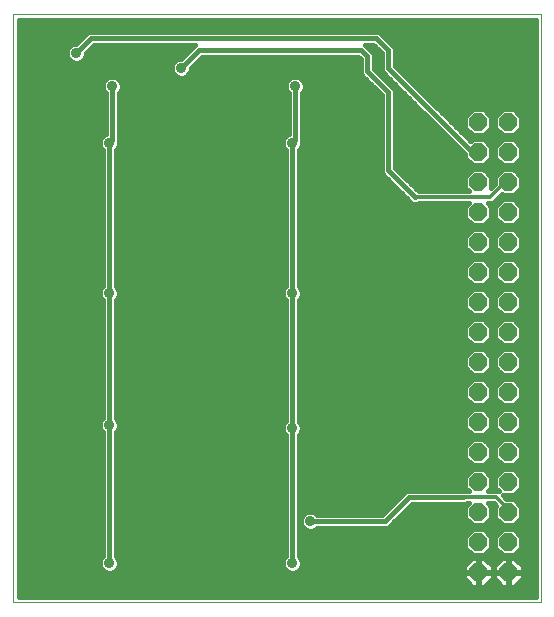
<source format=gbl>
G75*
G70*
%OFA0B0*%
%FSLAX24Y24*%
%IPPOS*%
%LPD*%
%AMOC8*
5,1,8,0,0,1.08239X$1,22.5*
%
%ADD10C,0.0000*%
%ADD11OC8,0.0600*%
%ADD12C,0.0120*%
%ADD13C,0.0160*%
%ADD14C,0.0356*%
D10*
X000180Y000600D02*
X000180Y020200D01*
X017780Y020200D01*
X017780Y000600D01*
X000180Y000600D01*
D11*
X015680Y001600D03*
X015680Y002600D03*
X015680Y003600D03*
X015680Y004600D03*
X015680Y005600D03*
X015680Y006600D03*
X015680Y007600D03*
X015680Y008600D03*
X015680Y009600D03*
X015680Y010600D03*
X015680Y011600D03*
X015680Y012600D03*
X015680Y013600D03*
X015680Y014600D03*
X015680Y015600D03*
X015680Y016600D03*
X016680Y016600D03*
X016680Y015600D03*
X016680Y014600D03*
X016680Y013600D03*
X016680Y012600D03*
X016680Y011600D03*
X016680Y010600D03*
X016680Y009600D03*
X016680Y008600D03*
X016680Y007600D03*
X016680Y006600D03*
X016680Y005600D03*
X016680Y004600D03*
X016680Y003600D03*
X016680Y002600D03*
X016680Y001600D03*
D12*
X016680Y003600D02*
X016680Y003700D01*
X016280Y004100D01*
X015180Y004100D01*
X016080Y014100D02*
X013580Y014100D01*
X015480Y015600D02*
X015680Y015600D01*
X016580Y014600D02*
X016080Y014100D01*
X016580Y014600D02*
X016680Y014600D01*
D13*
X016240Y014548D02*
X016120Y014548D01*
X016240Y014543D02*
X016120Y014423D01*
X016120Y014782D01*
X015862Y015040D01*
X015498Y015040D01*
X015240Y014782D01*
X015240Y014418D01*
X015358Y014300D01*
X013691Y014300D01*
X012900Y015091D01*
X012900Y017691D01*
X012200Y018391D01*
X012200Y018891D01*
X012000Y019091D01*
X011911Y019180D01*
X012189Y019180D01*
X012460Y018909D01*
X012460Y018309D01*
X012589Y018180D01*
X015240Y015529D01*
X015240Y015418D01*
X015498Y015160D01*
X015862Y015160D01*
X016120Y015418D01*
X016120Y015782D01*
X015862Y016040D01*
X015498Y016040D01*
X015424Y015967D01*
X012900Y018491D01*
X012900Y019091D01*
X012500Y019491D01*
X012371Y019620D01*
X002689Y019620D01*
X002287Y019218D01*
X002217Y019218D01*
X002100Y019170D01*
X002010Y019080D01*
X001962Y018963D01*
X001962Y018837D01*
X002010Y018720D01*
X002100Y018630D01*
X002217Y018582D01*
X002343Y018582D01*
X002460Y018630D01*
X002550Y018720D01*
X002598Y018837D01*
X002598Y018907D01*
X002871Y019180D01*
X006249Y019180D01*
X005787Y018718D01*
X005717Y018718D01*
X005600Y018670D01*
X005510Y018580D01*
X005462Y018463D01*
X005462Y018337D01*
X005510Y018220D01*
X005600Y018130D01*
X005717Y018082D01*
X005843Y018082D01*
X005960Y018130D01*
X006050Y018220D01*
X006098Y018337D01*
X006098Y018407D01*
X006471Y018780D01*
X011689Y018780D01*
X011760Y018709D01*
X011760Y018209D01*
X011889Y018080D01*
X012460Y017509D01*
X012460Y014909D01*
X012589Y014780D01*
X013489Y013880D01*
X013671Y013880D01*
X013691Y013900D01*
X015358Y013900D01*
X015240Y013782D01*
X015240Y013418D01*
X015498Y013160D01*
X015862Y013160D01*
X016120Y013418D01*
X016120Y013782D01*
X016002Y013900D01*
X016163Y013900D01*
X016280Y014017D01*
X016460Y014197D01*
X016498Y014160D01*
X016862Y014160D01*
X017120Y014418D01*
X017120Y014782D01*
X016862Y015040D01*
X016498Y015040D01*
X016240Y014782D01*
X016240Y014543D01*
X016240Y014707D02*
X016120Y014707D01*
X016037Y014865D02*
X016323Y014865D01*
X016481Y015024D02*
X015879Y015024D01*
X015884Y015182D02*
X016476Y015182D01*
X016498Y015160D02*
X016862Y015160D01*
X017120Y015418D01*
X017120Y015782D01*
X016862Y016040D01*
X016498Y016040D01*
X016240Y015782D01*
X016240Y015418D01*
X016498Y015160D01*
X016317Y015341D02*
X016043Y015341D01*
X016120Y015499D02*
X016240Y015499D01*
X016240Y015658D02*
X016120Y015658D01*
X016086Y015816D02*
X016274Y015816D01*
X016432Y015975D02*
X015928Y015975D01*
X015862Y016160D02*
X016120Y016418D01*
X016120Y016782D01*
X015862Y017040D01*
X015498Y017040D01*
X015240Y016782D01*
X015240Y016418D01*
X015498Y016160D01*
X015862Y016160D01*
X015994Y016292D02*
X016366Y016292D01*
X016240Y016418D02*
X016498Y016160D01*
X016862Y016160D01*
X017120Y016418D01*
X017120Y016782D01*
X016862Y017040D01*
X016498Y017040D01*
X016240Y016782D01*
X016240Y016418D01*
X016240Y016450D02*
X016120Y016450D01*
X016120Y016609D02*
X016240Y016609D01*
X016240Y016767D02*
X016120Y016767D01*
X015977Y016926D02*
X016383Y016926D01*
X016977Y016926D02*
X017600Y016926D01*
X017600Y017084D02*
X014307Y017084D01*
X014149Y017243D02*
X017600Y017243D01*
X017600Y017401D02*
X013990Y017401D01*
X013832Y017560D02*
X017600Y017560D01*
X017600Y017718D02*
X013673Y017718D01*
X013515Y017877D02*
X017600Y017877D01*
X017600Y018035D02*
X013356Y018035D01*
X013198Y018194D02*
X017600Y018194D01*
X017600Y018352D02*
X013039Y018352D01*
X012900Y018511D02*
X017600Y018511D01*
X017600Y018669D02*
X012900Y018669D01*
X012900Y018828D02*
X017600Y018828D01*
X017600Y018986D02*
X012900Y018986D01*
X012847Y019145D02*
X017600Y019145D01*
X017600Y019303D02*
X012688Y019303D01*
X012530Y019462D02*
X017600Y019462D01*
X017600Y019620D02*
X000360Y019620D01*
X000360Y019462D02*
X002530Y019462D01*
X002372Y019303D02*
X000360Y019303D01*
X000360Y019145D02*
X002075Y019145D01*
X001971Y018986D02*
X000360Y018986D01*
X000360Y018828D02*
X001966Y018828D01*
X002061Y018669D02*
X000360Y018669D01*
X000360Y018511D02*
X005481Y018511D01*
X005462Y018352D02*
X000360Y018352D01*
X000360Y018194D02*
X005537Y018194D01*
X005780Y018400D02*
X006380Y019000D01*
X011780Y019000D01*
X011980Y018800D01*
X011980Y018300D01*
X012680Y017600D01*
X012680Y015000D01*
X013580Y014100D01*
X013455Y013914D02*
X009700Y013914D01*
X009700Y013756D02*
X015240Y013756D01*
X015240Y013597D02*
X009700Y013597D01*
X009700Y013439D02*
X015240Y013439D01*
X015378Y013280D02*
X009700Y013280D01*
X009700Y013122D02*
X017600Y013122D01*
X017600Y013280D02*
X016982Y013280D01*
X016862Y013160D02*
X017120Y013418D01*
X017120Y013782D01*
X016862Y014040D01*
X016498Y014040D01*
X016240Y013782D01*
X016240Y013418D01*
X016498Y013160D01*
X016862Y013160D01*
X016862Y013040D02*
X016498Y013040D01*
X016240Y012782D01*
X016240Y012418D01*
X016498Y012160D01*
X016862Y012160D01*
X017120Y012418D01*
X017120Y012782D01*
X016862Y013040D01*
X016939Y012963D02*
X017600Y012963D01*
X017600Y012805D02*
X017098Y012805D01*
X017120Y012646D02*
X017600Y012646D01*
X017600Y012488D02*
X017120Y012488D01*
X017031Y012329D02*
X017600Y012329D01*
X017600Y012171D02*
X016873Y012171D01*
X016862Y012040D02*
X016498Y012040D01*
X016240Y011782D01*
X016240Y011418D01*
X016498Y011160D01*
X016862Y011160D01*
X017120Y011418D01*
X017120Y011782D01*
X016862Y012040D01*
X016890Y012012D02*
X017600Y012012D01*
X017600Y011854D02*
X017049Y011854D01*
X017120Y011695D02*
X017600Y011695D01*
X017600Y011537D02*
X017120Y011537D01*
X017080Y011378D02*
X017600Y011378D01*
X017600Y011220D02*
X016922Y011220D01*
X016862Y011040D02*
X016498Y011040D01*
X016240Y010782D01*
X016240Y010418D01*
X016498Y010160D01*
X016862Y010160D01*
X017120Y010418D01*
X017120Y010782D01*
X016862Y011040D01*
X017000Y010903D02*
X017600Y010903D01*
X017600Y011061D02*
X009758Y011061D01*
X009750Y011080D02*
X009700Y011130D01*
X009700Y015670D01*
X009750Y015720D01*
X009798Y015837D01*
X009798Y015907D01*
X009800Y015909D01*
X009800Y017570D01*
X009850Y017620D01*
X009898Y017737D01*
X009898Y017863D01*
X009850Y017980D01*
X009760Y018070D01*
X009643Y018118D01*
X009517Y018118D01*
X009400Y018070D01*
X009310Y017980D01*
X009262Y017863D01*
X009262Y017737D01*
X009310Y017620D01*
X009360Y017570D01*
X009360Y016195D01*
X009300Y016170D01*
X009210Y016080D01*
X009162Y015963D01*
X009162Y015837D01*
X009210Y015720D01*
X009260Y015670D01*
X009260Y011130D01*
X009210Y011080D01*
X009162Y010963D01*
X009162Y010837D01*
X009210Y010720D01*
X009260Y010670D01*
X009260Y006630D01*
X009210Y006580D01*
X009162Y006463D01*
X009162Y006337D01*
X009210Y006220D01*
X009260Y006170D01*
X009260Y002130D01*
X009210Y002080D01*
X009162Y001963D01*
X009162Y001837D01*
X009210Y001720D01*
X009300Y001630D01*
X009417Y001582D01*
X009543Y001582D01*
X009660Y001630D01*
X009750Y001720D01*
X009798Y001837D01*
X009798Y001963D01*
X009750Y002080D01*
X009700Y002130D01*
X009700Y006170D01*
X009750Y006220D01*
X009798Y006337D01*
X009798Y006463D01*
X009750Y006580D01*
X009700Y006630D01*
X009700Y010670D01*
X009750Y010720D01*
X009798Y010837D01*
X009798Y010963D01*
X009750Y011080D01*
X009700Y011220D02*
X015438Y011220D01*
X015498Y011160D02*
X015240Y011418D01*
X015240Y011782D01*
X015498Y012040D01*
X015862Y012040D01*
X016120Y011782D01*
X016120Y011418D01*
X015862Y011160D01*
X015498Y011160D01*
X015498Y011040D02*
X015240Y010782D01*
X015240Y010418D01*
X015498Y010160D01*
X015862Y010160D01*
X016120Y010418D01*
X016120Y010782D01*
X015862Y011040D01*
X015498Y011040D01*
X015360Y010903D02*
X009798Y010903D01*
X009760Y010744D02*
X015240Y010744D01*
X015240Y010586D02*
X009700Y010586D01*
X009700Y010427D02*
X015240Y010427D01*
X015389Y010269D02*
X009700Y010269D01*
X009700Y010110D02*
X017600Y010110D01*
X017600Y009952D02*
X016951Y009952D01*
X016862Y010040D02*
X016498Y010040D01*
X016240Y009782D01*
X016240Y009418D01*
X016498Y009160D01*
X016862Y009160D01*
X017120Y009418D01*
X017120Y009782D01*
X016862Y010040D01*
X016971Y010269D02*
X017600Y010269D01*
X017600Y010427D02*
X017120Y010427D01*
X017120Y010586D02*
X017600Y010586D01*
X017600Y010744D02*
X017120Y010744D01*
X016360Y010903D02*
X016000Y010903D01*
X016120Y010744D02*
X016240Y010744D01*
X016240Y010586D02*
X016120Y010586D01*
X016120Y010427D02*
X016240Y010427D01*
X016389Y010269D02*
X015971Y010269D01*
X015862Y010040D02*
X015498Y010040D01*
X015240Y009782D01*
X015240Y009418D01*
X015498Y009160D01*
X015862Y009160D01*
X016120Y009418D01*
X016120Y009782D01*
X015862Y010040D01*
X015951Y009952D02*
X016409Y009952D01*
X016251Y009793D02*
X016109Y009793D01*
X016120Y009635D02*
X016240Y009635D01*
X016240Y009476D02*
X016120Y009476D01*
X016020Y009318D02*
X016340Y009318D01*
X016498Y009040D02*
X016240Y008782D01*
X016240Y008418D01*
X016498Y008160D01*
X016862Y008160D01*
X017120Y008418D01*
X017120Y008782D01*
X016862Y009040D01*
X016498Y009040D01*
X016458Y009001D02*
X015902Y009001D01*
X015862Y009040D02*
X015498Y009040D01*
X015240Y008782D01*
X015240Y008418D01*
X015498Y008160D01*
X015862Y008160D01*
X016120Y008418D01*
X016120Y008782D01*
X015862Y009040D01*
X016060Y008842D02*
X016300Y008842D01*
X016240Y008684D02*
X016120Y008684D01*
X016120Y008525D02*
X016240Y008525D01*
X016291Y008367D02*
X016069Y008367D01*
X015910Y008208D02*
X016450Y008208D01*
X016498Y008040D02*
X016240Y007782D01*
X016240Y007418D01*
X016498Y007160D01*
X016862Y007160D01*
X017120Y007418D01*
X017120Y007782D01*
X016862Y008040D01*
X016498Y008040D01*
X016349Y007891D02*
X016011Y007891D01*
X016120Y007782D02*
X015862Y008040D01*
X015498Y008040D01*
X015240Y007782D01*
X015240Y007418D01*
X015498Y007160D01*
X015862Y007160D01*
X016120Y007418D01*
X016120Y007782D01*
X016120Y007733D02*
X016240Y007733D01*
X016240Y007574D02*
X016120Y007574D01*
X016118Y007416D02*
X016242Y007416D01*
X016401Y007257D02*
X015959Y007257D01*
X015862Y007040D02*
X015498Y007040D01*
X015240Y006782D01*
X015240Y006418D01*
X015498Y006160D01*
X015862Y006160D01*
X016120Y006418D01*
X016120Y006782D01*
X015862Y007040D01*
X015962Y006940D02*
X016398Y006940D01*
X016498Y007040D02*
X016240Y006782D01*
X016240Y006418D01*
X016498Y006160D01*
X016862Y006160D01*
X017120Y006418D01*
X017120Y006782D01*
X016862Y007040D01*
X016498Y007040D01*
X016240Y006782D02*
X016120Y006782D01*
X016120Y006623D02*
X016240Y006623D01*
X016240Y006465D02*
X016120Y006465D01*
X016008Y006306D02*
X016352Y006306D01*
X016498Y006040D02*
X016240Y005782D01*
X016240Y005418D01*
X016498Y005160D01*
X016862Y005160D01*
X017120Y005418D01*
X017120Y005782D01*
X016862Y006040D01*
X016498Y006040D01*
X016447Y005989D02*
X015913Y005989D01*
X015862Y006040D02*
X015498Y006040D01*
X015240Y005782D01*
X015240Y005418D01*
X015498Y005160D01*
X015862Y005160D01*
X016120Y005418D01*
X016120Y005782D01*
X015862Y006040D01*
X016072Y005831D02*
X016288Y005831D01*
X016240Y005672D02*
X016120Y005672D01*
X016120Y005514D02*
X016240Y005514D01*
X016303Y005355D02*
X016057Y005355D01*
X015899Y005197D02*
X016461Y005197D01*
X016498Y005040D02*
X016240Y004782D01*
X016240Y004418D01*
X016358Y004300D01*
X016002Y004300D01*
X016120Y004418D01*
X016120Y004782D01*
X015862Y005040D01*
X015498Y005040D01*
X015240Y004782D01*
X015240Y004418D01*
X015358Y004300D01*
X015291Y004300D01*
X015271Y004320D01*
X013289Y004320D01*
X012489Y003520D01*
X010310Y003520D01*
X010260Y003570D01*
X010143Y003618D01*
X010017Y003618D01*
X009900Y003570D01*
X009810Y003480D01*
X009762Y003363D01*
X009762Y003237D01*
X009810Y003120D01*
X009900Y003030D01*
X010017Y002982D01*
X010143Y002982D01*
X010260Y003030D01*
X010310Y003080D01*
X012671Y003080D01*
X012800Y003209D01*
X013471Y003880D01*
X015271Y003880D01*
X015291Y003900D01*
X015358Y003900D01*
X015240Y003782D01*
X015240Y003418D01*
X015498Y003160D01*
X015862Y003160D01*
X016120Y003418D01*
X016120Y003782D01*
X016002Y003900D01*
X016197Y003900D01*
X016277Y003820D01*
X016240Y003782D01*
X016240Y003418D01*
X016498Y003160D01*
X016862Y003160D01*
X017120Y003418D01*
X017120Y003782D01*
X016862Y004040D01*
X016623Y004040D01*
X016503Y004160D01*
X016862Y004160D01*
X017120Y004418D01*
X017120Y004782D01*
X016862Y005040D01*
X016498Y005040D01*
X016496Y005038D02*
X015864Y005038D01*
X016023Y004880D02*
X016337Y004880D01*
X016240Y004721D02*
X016120Y004721D01*
X016120Y004563D02*
X016240Y004563D01*
X016254Y004404D02*
X016106Y004404D01*
X016576Y004087D02*
X017600Y004087D01*
X017600Y003929D02*
X016974Y003929D01*
X017120Y003770D02*
X017600Y003770D01*
X017600Y003612D02*
X017120Y003612D01*
X017120Y003453D02*
X017600Y003453D01*
X017600Y003295D02*
X016997Y003295D01*
X016862Y003040D02*
X016498Y003040D01*
X016240Y002782D01*
X016240Y002418D01*
X016498Y002160D01*
X016862Y002160D01*
X017120Y002418D01*
X017120Y002782D01*
X016862Y003040D01*
X016925Y002978D02*
X017600Y002978D01*
X017600Y003136D02*
X012727Y003136D01*
X012580Y003300D02*
X010080Y003300D01*
X010001Y003612D02*
X009700Y003612D01*
X009700Y003770D02*
X012739Y003770D01*
X012897Y003929D02*
X009700Y003929D01*
X009700Y004087D02*
X013056Y004087D01*
X013214Y004246D02*
X009700Y004246D01*
X009700Y004404D02*
X015254Y004404D01*
X015240Y004563D02*
X009700Y004563D01*
X009700Y004721D02*
X015240Y004721D01*
X015337Y004880D02*
X009700Y004880D01*
X009700Y005038D02*
X015496Y005038D01*
X015461Y005197D02*
X009700Y005197D01*
X009700Y005355D02*
X015303Y005355D01*
X015240Y005514D02*
X009700Y005514D01*
X009700Y005672D02*
X015240Y005672D01*
X015288Y005831D02*
X009700Y005831D01*
X009700Y005989D02*
X015447Y005989D01*
X015352Y006306D02*
X009785Y006306D01*
X009798Y006465D02*
X015240Y006465D01*
X015240Y006623D02*
X009707Y006623D01*
X009700Y006782D02*
X015240Y006782D01*
X015398Y006940D02*
X009700Y006940D01*
X009700Y007099D02*
X017600Y007099D01*
X017600Y007257D02*
X016959Y007257D01*
X017118Y007416D02*
X017600Y007416D01*
X017600Y007574D02*
X017120Y007574D01*
X017120Y007733D02*
X017600Y007733D01*
X017600Y007891D02*
X017011Y007891D01*
X016910Y008208D02*
X017600Y008208D01*
X017600Y008050D02*
X009700Y008050D01*
X009700Y008208D02*
X015450Y008208D01*
X015291Y008367D02*
X009700Y008367D01*
X009700Y008525D02*
X015240Y008525D01*
X015240Y008684D02*
X009700Y008684D01*
X009700Y008842D02*
X015300Y008842D01*
X015458Y009001D02*
X009700Y009001D01*
X009700Y009159D02*
X017600Y009159D01*
X017600Y009001D02*
X016902Y009001D01*
X017060Y008842D02*
X017600Y008842D01*
X017600Y008684D02*
X017120Y008684D01*
X017120Y008525D02*
X017600Y008525D01*
X017600Y008367D02*
X017069Y008367D01*
X017020Y009318D02*
X017600Y009318D01*
X017600Y009476D02*
X017120Y009476D01*
X017120Y009635D02*
X017600Y009635D01*
X017600Y009793D02*
X017109Y009793D01*
X016438Y011220D02*
X015922Y011220D01*
X016080Y011378D02*
X016280Y011378D01*
X016240Y011537D02*
X016120Y011537D01*
X016120Y011695D02*
X016240Y011695D01*
X016311Y011854D02*
X016049Y011854D01*
X015890Y012012D02*
X016470Y012012D01*
X016487Y012171D02*
X015873Y012171D01*
X015862Y012160D02*
X016120Y012418D01*
X016120Y012782D01*
X015862Y013040D01*
X015498Y013040D01*
X015240Y012782D01*
X015240Y012418D01*
X015498Y012160D01*
X015862Y012160D01*
X016031Y012329D02*
X016329Y012329D01*
X016240Y012488D02*
X016120Y012488D01*
X016120Y012646D02*
X016240Y012646D01*
X016262Y012805D02*
X016098Y012805D01*
X015939Y012963D02*
X016421Y012963D01*
X016378Y013280D02*
X015982Y013280D01*
X016120Y013439D02*
X016240Y013439D01*
X016240Y013597D02*
X016120Y013597D01*
X016120Y013756D02*
X016240Y013756D01*
X016177Y013914D02*
X016372Y013914D01*
X016335Y014073D02*
X017600Y014073D01*
X017600Y014231D02*
X016933Y014231D01*
X017092Y014390D02*
X017600Y014390D01*
X017600Y014548D02*
X017120Y014548D01*
X017120Y014707D02*
X017600Y014707D01*
X017600Y014865D02*
X017037Y014865D01*
X016879Y015024D02*
X017600Y015024D01*
X017600Y015182D02*
X016884Y015182D01*
X017043Y015341D02*
X017600Y015341D01*
X017600Y015499D02*
X017120Y015499D01*
X017120Y015658D02*
X017600Y015658D01*
X017600Y015816D02*
X017086Y015816D01*
X016928Y015975D02*
X017600Y015975D01*
X017600Y016133D02*
X015258Y016133D01*
X015366Y016292D02*
X015100Y016292D01*
X015240Y016450D02*
X014941Y016450D01*
X014783Y016609D02*
X015240Y016609D01*
X015240Y016767D02*
X014624Y016767D01*
X014466Y016926D02*
X015383Y016926D01*
X014636Y016133D02*
X012900Y016133D01*
X012900Y015975D02*
X014794Y015975D01*
X014953Y015816D02*
X012900Y015816D01*
X012900Y015658D02*
X015111Y015658D01*
X015240Y015499D02*
X012900Y015499D01*
X012900Y015341D02*
X015317Y015341D01*
X015476Y015182D02*
X012900Y015182D01*
X012968Y015024D02*
X015481Y015024D01*
X015323Y014865D02*
X013126Y014865D01*
X013285Y014707D02*
X015240Y014707D01*
X015240Y014548D02*
X013443Y014548D01*
X013602Y014390D02*
X015268Y014390D01*
X015480Y015600D02*
X012680Y018400D01*
X012680Y019000D01*
X012280Y019400D01*
X002780Y019400D01*
X002280Y018900D01*
X002499Y018669D02*
X005599Y018669D01*
X005896Y018828D02*
X002594Y018828D01*
X002677Y018986D02*
X006055Y018986D01*
X006213Y019145D02*
X002836Y019145D01*
X003300Y018070D02*
X003210Y017980D01*
X003162Y017863D01*
X003162Y017737D01*
X003210Y017620D01*
X003260Y017570D01*
X003260Y016195D01*
X003200Y016170D01*
X003110Y016080D01*
X003062Y015963D01*
X003062Y015837D01*
X003110Y015720D01*
X003160Y015670D01*
X003160Y011130D01*
X003110Y011080D01*
X003062Y010963D01*
X003062Y010837D01*
X003110Y010720D01*
X003160Y010670D01*
X003160Y006730D01*
X003110Y006680D01*
X003062Y006563D01*
X003062Y006437D01*
X003110Y006320D01*
X003160Y006270D01*
X003160Y002130D01*
X003110Y002080D01*
X003062Y001963D01*
X003062Y001837D01*
X003110Y001720D01*
X003200Y001630D01*
X003317Y001582D01*
X003443Y001582D01*
X003560Y001630D01*
X003650Y001720D01*
X003698Y001837D01*
X003698Y001963D01*
X003650Y002080D01*
X003600Y002130D01*
X003600Y006270D01*
X003650Y006320D01*
X003698Y006437D01*
X003698Y006563D01*
X003650Y006680D01*
X003600Y006730D01*
X003600Y010670D01*
X003650Y010720D01*
X003698Y010837D01*
X003698Y010963D01*
X003650Y011080D01*
X003600Y011130D01*
X003600Y015670D01*
X003650Y015720D01*
X003698Y015837D01*
X003698Y015907D01*
X003700Y015909D01*
X003700Y017570D01*
X003750Y017620D01*
X003798Y017737D01*
X003798Y017863D01*
X003750Y017980D01*
X003660Y018070D01*
X003543Y018118D01*
X003417Y018118D01*
X003300Y018070D01*
X003265Y018035D02*
X000360Y018035D01*
X000360Y017877D02*
X003167Y017877D01*
X003170Y017718D02*
X000360Y017718D01*
X000360Y017560D02*
X003260Y017560D01*
X003260Y017401D02*
X000360Y017401D01*
X000360Y017243D02*
X003260Y017243D01*
X003260Y017084D02*
X000360Y017084D01*
X000360Y016926D02*
X003260Y016926D01*
X003260Y016767D02*
X000360Y016767D01*
X000360Y016609D02*
X003260Y016609D01*
X003260Y016450D02*
X000360Y016450D01*
X000360Y016292D02*
X003260Y016292D01*
X003163Y016133D02*
X000360Y016133D01*
X000360Y015975D02*
X003067Y015975D01*
X003070Y015816D02*
X000360Y015816D01*
X000360Y015658D02*
X003160Y015658D01*
X003160Y015499D02*
X000360Y015499D01*
X000360Y015341D02*
X003160Y015341D01*
X003160Y015182D02*
X000360Y015182D01*
X000360Y015024D02*
X003160Y015024D01*
X003160Y014865D02*
X000360Y014865D01*
X000360Y014707D02*
X003160Y014707D01*
X003160Y014548D02*
X000360Y014548D01*
X000360Y014390D02*
X003160Y014390D01*
X003160Y014231D02*
X000360Y014231D01*
X000360Y014073D02*
X003160Y014073D01*
X003160Y013914D02*
X000360Y013914D01*
X000360Y013756D02*
X003160Y013756D01*
X003160Y013597D02*
X000360Y013597D01*
X000360Y013439D02*
X003160Y013439D01*
X003160Y013280D02*
X000360Y013280D01*
X000360Y013122D02*
X003160Y013122D01*
X003160Y012963D02*
X000360Y012963D01*
X000360Y012805D02*
X003160Y012805D01*
X003160Y012646D02*
X000360Y012646D01*
X000360Y012488D02*
X003160Y012488D01*
X003160Y012329D02*
X000360Y012329D01*
X000360Y012171D02*
X003160Y012171D01*
X003160Y012012D02*
X000360Y012012D01*
X000360Y011854D02*
X003160Y011854D01*
X003160Y011695D02*
X000360Y011695D01*
X000360Y011537D02*
X003160Y011537D01*
X003160Y011378D02*
X000360Y011378D01*
X000360Y011220D02*
X003160Y011220D01*
X003102Y011061D02*
X000360Y011061D01*
X000360Y010903D02*
X003062Y010903D01*
X003100Y010744D02*
X000360Y010744D01*
X000360Y010586D02*
X003160Y010586D01*
X003160Y010427D02*
X000360Y010427D01*
X000360Y010269D02*
X003160Y010269D01*
X003160Y010110D02*
X000360Y010110D01*
X000360Y009952D02*
X003160Y009952D01*
X003160Y009793D02*
X000360Y009793D01*
X000360Y009635D02*
X003160Y009635D01*
X003160Y009476D02*
X000360Y009476D01*
X000360Y009318D02*
X003160Y009318D01*
X003160Y009159D02*
X000360Y009159D01*
X000360Y009001D02*
X003160Y009001D01*
X003160Y008842D02*
X000360Y008842D01*
X000360Y008684D02*
X003160Y008684D01*
X003160Y008525D02*
X000360Y008525D01*
X000360Y008367D02*
X003160Y008367D01*
X003160Y008208D02*
X000360Y008208D01*
X000360Y008050D02*
X003160Y008050D01*
X003160Y007891D02*
X000360Y007891D01*
X000360Y007733D02*
X003160Y007733D01*
X003160Y007574D02*
X000360Y007574D01*
X000360Y007416D02*
X003160Y007416D01*
X003160Y007257D02*
X000360Y007257D01*
X000360Y007099D02*
X003160Y007099D01*
X003160Y006940D02*
X000360Y006940D01*
X000360Y006782D02*
X003160Y006782D01*
X003087Y006623D02*
X000360Y006623D01*
X000360Y006465D02*
X003062Y006465D01*
X003124Y006306D02*
X000360Y006306D01*
X000360Y006148D02*
X003160Y006148D01*
X003160Y005989D02*
X000360Y005989D01*
X000360Y005831D02*
X003160Y005831D01*
X003160Y005672D02*
X000360Y005672D01*
X000360Y005514D02*
X003160Y005514D01*
X003160Y005355D02*
X000360Y005355D01*
X000360Y005197D02*
X003160Y005197D01*
X003160Y005038D02*
X000360Y005038D01*
X000360Y004880D02*
X003160Y004880D01*
X003160Y004721D02*
X000360Y004721D01*
X000360Y004563D02*
X003160Y004563D01*
X003160Y004404D02*
X000360Y004404D01*
X000360Y004246D02*
X003160Y004246D01*
X003160Y004087D02*
X000360Y004087D01*
X000360Y003929D02*
X003160Y003929D01*
X003160Y003770D02*
X000360Y003770D01*
X000360Y003612D02*
X003160Y003612D01*
X003160Y003453D02*
X000360Y003453D01*
X000360Y003295D02*
X003160Y003295D01*
X003160Y003136D02*
X000360Y003136D01*
X000360Y002978D02*
X003160Y002978D01*
X003160Y002819D02*
X000360Y002819D01*
X000360Y002661D02*
X003160Y002661D01*
X003160Y002502D02*
X000360Y002502D01*
X000360Y002344D02*
X003160Y002344D01*
X003160Y002185D02*
X000360Y002185D01*
X000360Y002027D02*
X003088Y002027D01*
X003062Y001868D02*
X000360Y001868D01*
X000360Y001710D02*
X003121Y001710D01*
X003380Y001900D02*
X003380Y006500D01*
X003380Y010900D01*
X003380Y015900D01*
X003480Y016000D01*
X003480Y017800D01*
X003695Y018035D02*
X009365Y018035D01*
X009267Y017877D02*
X003793Y017877D01*
X003790Y017718D02*
X009270Y017718D01*
X009360Y017560D02*
X003700Y017560D01*
X003700Y017401D02*
X009360Y017401D01*
X009360Y017243D02*
X003700Y017243D01*
X003700Y017084D02*
X009360Y017084D01*
X009360Y016926D02*
X003700Y016926D01*
X003700Y016767D02*
X009360Y016767D01*
X009360Y016609D02*
X003700Y016609D01*
X003700Y016450D02*
X009360Y016450D01*
X009360Y016292D02*
X003700Y016292D01*
X003700Y016133D02*
X009263Y016133D01*
X009167Y015975D02*
X003700Y015975D01*
X003690Y015816D02*
X009170Y015816D01*
X009260Y015658D02*
X003600Y015658D01*
X003600Y015499D02*
X009260Y015499D01*
X009260Y015341D02*
X003600Y015341D01*
X003600Y015182D02*
X009260Y015182D01*
X009260Y015024D02*
X003600Y015024D01*
X003600Y014865D02*
X009260Y014865D01*
X009260Y014707D02*
X003600Y014707D01*
X003600Y014548D02*
X009260Y014548D01*
X009260Y014390D02*
X003600Y014390D01*
X003600Y014231D02*
X009260Y014231D01*
X009260Y014073D02*
X003600Y014073D01*
X003600Y013914D02*
X009260Y013914D01*
X009260Y013756D02*
X003600Y013756D01*
X003600Y013597D02*
X009260Y013597D01*
X009260Y013439D02*
X003600Y013439D01*
X003600Y013280D02*
X009260Y013280D01*
X009260Y013122D02*
X003600Y013122D01*
X003600Y012963D02*
X009260Y012963D01*
X009260Y012805D02*
X003600Y012805D01*
X003600Y012646D02*
X009260Y012646D01*
X009260Y012488D02*
X003600Y012488D01*
X003600Y012329D02*
X009260Y012329D01*
X009260Y012171D02*
X003600Y012171D01*
X003600Y012012D02*
X009260Y012012D01*
X009260Y011854D02*
X003600Y011854D01*
X003600Y011695D02*
X009260Y011695D01*
X009260Y011537D02*
X003600Y011537D01*
X003600Y011378D02*
X009260Y011378D01*
X009260Y011220D02*
X003600Y011220D01*
X003658Y011061D02*
X009202Y011061D01*
X009162Y010903D02*
X003698Y010903D01*
X003660Y010744D02*
X009200Y010744D01*
X009260Y010586D02*
X003600Y010586D01*
X003600Y010427D02*
X009260Y010427D01*
X009260Y010269D02*
X003600Y010269D01*
X003600Y010110D02*
X009260Y010110D01*
X009260Y009952D02*
X003600Y009952D01*
X003600Y009793D02*
X009260Y009793D01*
X009260Y009635D02*
X003600Y009635D01*
X003600Y009476D02*
X009260Y009476D01*
X009260Y009318D02*
X003600Y009318D01*
X003600Y009159D02*
X009260Y009159D01*
X009260Y009001D02*
X003600Y009001D01*
X003600Y008842D02*
X009260Y008842D01*
X009260Y008684D02*
X003600Y008684D01*
X003600Y008525D02*
X009260Y008525D01*
X009260Y008367D02*
X003600Y008367D01*
X003600Y008208D02*
X009260Y008208D01*
X009260Y008050D02*
X003600Y008050D01*
X003600Y007891D02*
X009260Y007891D01*
X009260Y007733D02*
X003600Y007733D01*
X003600Y007574D02*
X009260Y007574D01*
X009260Y007416D02*
X003600Y007416D01*
X003600Y007257D02*
X009260Y007257D01*
X009260Y007099D02*
X003600Y007099D01*
X003600Y006940D02*
X009260Y006940D01*
X009260Y006782D02*
X003600Y006782D01*
X003673Y006623D02*
X009253Y006623D01*
X009162Y006465D02*
X003698Y006465D01*
X003636Y006306D02*
X009175Y006306D01*
X009260Y006148D02*
X003600Y006148D01*
X003600Y005989D02*
X009260Y005989D01*
X009260Y005831D02*
X003600Y005831D01*
X003600Y005672D02*
X009260Y005672D01*
X009260Y005514D02*
X003600Y005514D01*
X003600Y005355D02*
X009260Y005355D01*
X009260Y005197D02*
X003600Y005197D01*
X003600Y005038D02*
X009260Y005038D01*
X009260Y004880D02*
X003600Y004880D01*
X003600Y004721D02*
X009260Y004721D01*
X009260Y004563D02*
X003600Y004563D01*
X003600Y004404D02*
X009260Y004404D01*
X009260Y004246D02*
X003600Y004246D01*
X003600Y004087D02*
X009260Y004087D01*
X009260Y003929D02*
X003600Y003929D01*
X003600Y003770D02*
X009260Y003770D01*
X009260Y003612D02*
X003600Y003612D01*
X003600Y003453D02*
X009260Y003453D01*
X009260Y003295D02*
X003600Y003295D01*
X003600Y003136D02*
X009260Y003136D01*
X009260Y002978D02*
X003600Y002978D01*
X003600Y002819D02*
X009260Y002819D01*
X009260Y002661D02*
X003600Y002661D01*
X003600Y002502D02*
X009260Y002502D01*
X009260Y002344D02*
X003600Y002344D01*
X003600Y002185D02*
X009260Y002185D01*
X009188Y002027D02*
X003672Y002027D01*
X003698Y001868D02*
X009162Y001868D01*
X009221Y001710D02*
X003639Y001710D01*
X000360Y001551D02*
X015200Y001551D01*
X015200Y001580D02*
X015200Y001401D01*
X015481Y001120D01*
X015660Y001120D01*
X015660Y001580D01*
X015200Y001580D01*
X015200Y001620D02*
X015660Y001620D01*
X015660Y002080D01*
X015481Y002080D01*
X015200Y001799D01*
X015200Y001620D01*
X015200Y001710D02*
X009739Y001710D01*
X009798Y001868D02*
X015269Y001868D01*
X015428Y002027D02*
X009772Y002027D01*
X009700Y002185D02*
X015473Y002185D01*
X015498Y002160D02*
X015862Y002160D01*
X016120Y002418D01*
X016120Y002782D01*
X015862Y003040D01*
X015498Y003040D01*
X015240Y002782D01*
X015240Y002418D01*
X015498Y002160D01*
X015660Y002027D02*
X015700Y002027D01*
X015700Y002080D02*
X015700Y001620D01*
X015660Y001620D01*
X015660Y001580D01*
X015700Y001580D01*
X015700Y001620D01*
X016160Y001620D01*
X016160Y001799D01*
X015879Y002080D01*
X015700Y002080D01*
X015700Y001868D02*
X015660Y001868D01*
X015660Y001710D02*
X015700Y001710D01*
X015700Y001580D02*
X016160Y001580D01*
X016160Y001401D01*
X015879Y001120D01*
X015700Y001120D01*
X015700Y001580D01*
X015700Y001551D02*
X015660Y001551D01*
X015660Y001393D02*
X015700Y001393D01*
X015700Y001234D02*
X015660Y001234D01*
X015367Y001234D02*
X000360Y001234D01*
X000360Y001076D02*
X017600Y001076D01*
X017600Y001234D02*
X016993Y001234D01*
X016879Y001120D02*
X017160Y001401D01*
X017160Y001580D01*
X016700Y001580D01*
X016700Y001620D01*
X016660Y001620D01*
X016660Y002080D01*
X016481Y002080D01*
X016200Y001799D01*
X016200Y001620D01*
X016660Y001620D01*
X016660Y001580D01*
X016200Y001580D01*
X016200Y001401D01*
X016481Y001120D01*
X016660Y001120D01*
X016660Y001580D01*
X016700Y001580D01*
X016700Y001120D01*
X016879Y001120D01*
X016700Y001234D02*
X016660Y001234D01*
X016660Y001393D02*
X016700Y001393D01*
X016700Y001551D02*
X016660Y001551D01*
X016700Y001620D02*
X017160Y001620D01*
X017160Y001799D01*
X016879Y002080D01*
X016700Y002080D01*
X016700Y001620D01*
X016700Y001710D02*
X016660Y001710D01*
X016660Y001868D02*
X016700Y001868D01*
X016700Y002027D02*
X016660Y002027D01*
X016428Y002027D02*
X015932Y002027D01*
X015887Y002185D02*
X016473Y002185D01*
X016314Y002344D02*
X016046Y002344D01*
X016120Y002502D02*
X016240Y002502D01*
X016240Y002661D02*
X016120Y002661D01*
X016083Y002819D02*
X016277Y002819D01*
X016435Y002978D02*
X015925Y002978D01*
X015997Y003295D02*
X016363Y003295D01*
X016240Y003453D02*
X016120Y003453D01*
X016120Y003612D02*
X016240Y003612D01*
X016240Y003770D02*
X016120Y003770D01*
X015363Y003295D02*
X012886Y003295D01*
X013044Y003453D02*
X015240Y003453D01*
X015240Y003612D02*
X013203Y003612D01*
X013361Y003770D02*
X015240Y003770D01*
X015180Y004100D02*
X013380Y004100D01*
X012580Y003300D01*
X012580Y003612D02*
X010159Y003612D01*
X009799Y003453D02*
X009700Y003453D01*
X009700Y003295D02*
X009762Y003295D01*
X009804Y003136D02*
X009700Y003136D01*
X009700Y002978D02*
X015435Y002978D01*
X015277Y002819D02*
X009700Y002819D01*
X009700Y002661D02*
X015240Y002661D01*
X015240Y002502D02*
X009700Y002502D01*
X009700Y002344D02*
X015314Y002344D01*
X016091Y001868D02*
X016269Y001868D01*
X016200Y001710D02*
X016160Y001710D01*
X016160Y001551D02*
X016200Y001551D01*
X016209Y001393D02*
X016151Y001393D01*
X015993Y001234D02*
X016367Y001234D01*
X016932Y002027D02*
X017600Y002027D01*
X017600Y002185D02*
X016887Y002185D01*
X017046Y002344D02*
X017600Y002344D01*
X017600Y002502D02*
X017120Y002502D01*
X017120Y002661D02*
X017600Y002661D01*
X017600Y002819D02*
X017083Y002819D01*
X017091Y001868D02*
X017600Y001868D01*
X017600Y001710D02*
X017160Y001710D01*
X017160Y001551D02*
X017600Y001551D01*
X017600Y001393D02*
X017151Y001393D01*
X017600Y000917D02*
X000360Y000917D01*
X000360Y000780D02*
X000360Y020020D01*
X017600Y020020D01*
X017600Y000780D01*
X000360Y000780D01*
X000360Y001393D02*
X015209Y001393D01*
X016948Y004246D02*
X017600Y004246D01*
X017600Y004404D02*
X017106Y004404D01*
X017120Y004563D02*
X017600Y004563D01*
X017600Y004721D02*
X017120Y004721D01*
X017023Y004880D02*
X017600Y004880D01*
X017600Y005038D02*
X016864Y005038D01*
X016899Y005197D02*
X017600Y005197D01*
X017600Y005355D02*
X017057Y005355D01*
X017120Y005514D02*
X017600Y005514D01*
X017600Y005672D02*
X017120Y005672D01*
X017072Y005831D02*
X017600Y005831D01*
X017600Y005989D02*
X016913Y005989D01*
X017008Y006306D02*
X017600Y006306D01*
X017600Y006148D02*
X009700Y006148D01*
X009480Y006400D02*
X009480Y001900D01*
X009480Y006400D02*
X009480Y010900D01*
X009480Y015900D01*
X009580Y016000D01*
X009580Y017800D01*
X009795Y018035D02*
X011934Y018035D01*
X012092Y017877D02*
X009893Y017877D01*
X009890Y017718D02*
X012251Y017718D01*
X012409Y017560D02*
X009800Y017560D01*
X009800Y017401D02*
X012460Y017401D01*
X012460Y017243D02*
X009800Y017243D01*
X009800Y017084D02*
X012460Y017084D01*
X012460Y016926D02*
X009800Y016926D01*
X009800Y016767D02*
X012460Y016767D01*
X012460Y016609D02*
X009800Y016609D01*
X009800Y016450D02*
X012460Y016450D01*
X012460Y016292D02*
X009800Y016292D01*
X009800Y016133D02*
X012460Y016133D01*
X012460Y015975D02*
X009800Y015975D01*
X009790Y015816D02*
X012460Y015816D01*
X012460Y015658D02*
X009700Y015658D01*
X009700Y015499D02*
X012460Y015499D01*
X012460Y015341D02*
X009700Y015341D01*
X009700Y015182D02*
X012460Y015182D01*
X012460Y015024D02*
X009700Y015024D01*
X009700Y014865D02*
X012504Y014865D01*
X012662Y014707D02*
X009700Y014707D01*
X009700Y014548D02*
X012821Y014548D01*
X012979Y014390D02*
X009700Y014390D01*
X009700Y014231D02*
X013138Y014231D01*
X013296Y014073D02*
X009700Y014073D01*
X009700Y012963D02*
X015421Y012963D01*
X015262Y012805D02*
X009700Y012805D01*
X009700Y012646D02*
X015240Y012646D01*
X015240Y012488D02*
X009700Y012488D01*
X009700Y012329D02*
X015329Y012329D01*
X015487Y012171D02*
X009700Y012171D01*
X009700Y012012D02*
X015470Y012012D01*
X015311Y011854D02*
X009700Y011854D01*
X009700Y011695D02*
X015240Y011695D01*
X015240Y011537D02*
X009700Y011537D01*
X009700Y011378D02*
X015280Y011378D01*
X015409Y009952D02*
X009700Y009952D01*
X009700Y009793D02*
X015251Y009793D01*
X015240Y009635D02*
X009700Y009635D01*
X009700Y009476D02*
X015240Y009476D01*
X015340Y009318D02*
X009700Y009318D01*
X009700Y007891D02*
X015349Y007891D01*
X015240Y007733D02*
X009700Y007733D01*
X009700Y007574D02*
X015240Y007574D01*
X015242Y007416D02*
X009700Y007416D01*
X009700Y007257D02*
X015401Y007257D01*
X016962Y006940D02*
X017600Y006940D01*
X017600Y006782D02*
X017120Y006782D01*
X017120Y006623D02*
X017600Y006623D01*
X017600Y006465D02*
X017120Y006465D01*
X017120Y013439D02*
X017600Y013439D01*
X017600Y013597D02*
X017120Y013597D01*
X017120Y013756D02*
X017600Y013756D01*
X017600Y013914D02*
X016988Y013914D01*
X015432Y015975D02*
X015417Y015975D01*
X014477Y016292D02*
X012900Y016292D01*
X012900Y016450D02*
X014319Y016450D01*
X014160Y016609D02*
X012900Y016609D01*
X012900Y016767D02*
X014002Y016767D01*
X013843Y016926D02*
X012900Y016926D01*
X012900Y017084D02*
X013685Y017084D01*
X013526Y017243D02*
X012900Y017243D01*
X012900Y017401D02*
X013368Y017401D01*
X013209Y017560D02*
X012900Y017560D01*
X012873Y017718D02*
X013051Y017718D01*
X012892Y017877D02*
X012715Y017877D01*
X012734Y018035D02*
X012556Y018035D01*
X012575Y018194D02*
X012398Y018194D01*
X012460Y018352D02*
X012239Y018352D01*
X012200Y018511D02*
X012460Y018511D01*
X012460Y018669D02*
X012200Y018669D01*
X012200Y018828D02*
X012460Y018828D01*
X012383Y018986D02*
X012105Y018986D01*
X012224Y019145D02*
X011947Y019145D01*
X011760Y018669D02*
X006360Y018669D01*
X006202Y018511D02*
X011760Y018511D01*
X011760Y018352D02*
X006098Y018352D01*
X006023Y018194D02*
X011775Y018194D01*
X016994Y016292D02*
X017600Y016292D01*
X017600Y016450D02*
X017120Y016450D01*
X017120Y016609D02*
X017600Y016609D01*
X017600Y016767D02*
X017120Y016767D01*
X017600Y019779D02*
X000360Y019779D01*
X000360Y019937D02*
X017600Y019937D01*
D14*
X010380Y017800D03*
X009580Y017800D03*
X009480Y015900D03*
X010280Y013500D03*
X009480Y010900D03*
X010280Y008800D03*
X009480Y006400D03*
X010280Y004300D03*
X010080Y003300D03*
X009480Y001900D03*
X007180Y002100D03*
X004080Y004200D03*
X003380Y001900D03*
X001680Y002000D03*
X003380Y006500D03*
X001580Y007400D03*
X004080Y008700D03*
X003380Y010900D03*
X001580Y011900D03*
X004080Y013500D03*
X003380Y015900D03*
X004180Y017700D03*
X003480Y017800D03*
X002280Y018900D03*
X001680Y019300D03*
X001380Y016900D03*
X005780Y018400D03*
X007180Y016200D03*
X007280Y011900D03*
X007180Y007500D03*
M02*

</source>
